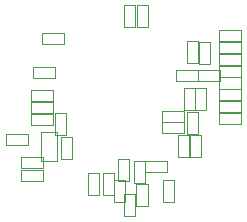
<source format=gbr>
G04 #@! TF.GenerationSoftware,KiCad,Pcbnew,5.0.2+dfsg1-1~bpo9+1*
G04 #@! TF.CreationDate,2019-10-30T13:33:32+01:00*
G04 #@! TF.ProjectId,zglue-jade-adapter,7a676c75-652d-46a6-9164-652d61646170,rev?*
G04 #@! TF.SameCoordinates,Original*
G04 #@! TF.FileFunction,Other,User*
%FSLAX46Y46*%
G04 Gerber Fmt 4.6, Leading zero omitted, Abs format (unit mm)*
G04 Created by KiCad (PCBNEW 5.0.2+dfsg1-1~bpo9+1) date Wed 30 Oct 2019 01:33:32 PM CET*
%MOMM*%
%LPD*%
G01*
G04 APERTURE LIST*
%ADD10C,0.050000*%
G04 APERTURE END LIST*
D10*
G04 #@! TO.C,R29*
X7695000Y-3975000D02*
X7695000Y-4915000D01*
X7695000Y-4915000D02*
X5835000Y-4915000D01*
X5835000Y-4915000D02*
X5835000Y-3975000D01*
X5835000Y-3975000D02*
X7695000Y-3975000D01*
G04 #@! TO.C,C6*
X19025000Y-12595000D02*
X18085000Y-12595000D01*
X18085000Y-12595000D02*
X18085000Y-10735000D01*
X18085000Y-10735000D02*
X19025000Y-10735000D01*
X19025000Y-10735000D02*
X19025000Y-12595000D01*
G04 #@! TO.C,R23*
X15950000Y-11560000D02*
X15950000Y-10620000D01*
X15950000Y-10620000D02*
X17810000Y-10620000D01*
X17810000Y-10620000D02*
X17810000Y-11560000D01*
X17810000Y-11560000D02*
X15950000Y-11560000D01*
G04 #@! TO.C,R15*
X20820000Y-4720000D02*
X20820000Y-3780000D01*
X20820000Y-3780000D02*
X22680000Y-3780000D01*
X22680000Y-3780000D02*
X22680000Y-4720000D01*
X22680000Y-4720000D02*
X20820000Y-4720000D01*
G04 #@! TO.C,R12*
X13200000Y-16570000D02*
X12260000Y-16570000D01*
X12260000Y-16570000D02*
X12260000Y-14710000D01*
X12260000Y-14710000D02*
X13200000Y-14710000D01*
X13200000Y-14710000D02*
X13200000Y-16570000D01*
G04 #@! TO.C,R10*
X6935000Y-7815000D02*
X5075000Y-7815000D01*
X6935000Y-6875000D02*
X6935000Y-7815000D01*
X5075000Y-6875000D02*
X6935000Y-6875000D01*
X5075000Y-7815000D02*
X5075000Y-6875000D01*
G04 #@! TO.C,R6*
X12775000Y-1660000D02*
X13715000Y-1660000D01*
X13715000Y-1660000D02*
X13715000Y-3520000D01*
X13715000Y-3520000D02*
X12775000Y-3520000D01*
X12775000Y-3520000D02*
X12775000Y-1660000D01*
G04 #@! TO.C,R27*
X19025000Y-7165000D02*
X20885000Y-7165000D01*
X19025000Y-8105000D02*
X19025000Y-7165000D01*
X20885000Y-8105000D02*
X19025000Y-8105000D01*
X20885000Y-7165000D02*
X20885000Y-8105000D01*
G04 #@! TO.C,R28*
X14525000Y-16745000D02*
X13585000Y-16745000D01*
X13585000Y-16745000D02*
X13585000Y-14885000D01*
X13585000Y-14885000D02*
X14525000Y-14885000D01*
X14525000Y-14885000D02*
X14525000Y-16745000D01*
G04 #@! TO.C,R13*
X16435000Y-15785000D02*
X14575000Y-15785000D01*
X16435000Y-14845000D02*
X16435000Y-15785000D01*
X14575000Y-14845000D02*
X16435000Y-14845000D01*
X14575000Y-15785000D02*
X14575000Y-14845000D01*
G04 #@! TO.C,R25*
X19135000Y-4755000D02*
X20075000Y-4755000D01*
X20075000Y-4755000D02*
X20075000Y-6615000D01*
X20075000Y-6615000D02*
X19135000Y-6615000D01*
X19135000Y-6615000D02*
X19135000Y-4755000D01*
G04 #@! TO.C,R24*
X17810000Y-12510000D02*
X15950000Y-12510000D01*
X17810000Y-11570000D02*
X17810000Y-12510000D01*
X15950000Y-11570000D02*
X17810000Y-11570000D01*
X15950000Y-12510000D02*
X15950000Y-11570000D01*
G04 #@! TO.C,R14*
X18095000Y-6595000D02*
X18095000Y-4735000D01*
X19035000Y-6595000D02*
X18095000Y-6595000D01*
X19035000Y-4735000D02*
X19035000Y-6595000D01*
X18095000Y-4735000D02*
X19035000Y-4735000D01*
G04 #@! TO.C,R26*
X19055000Y-7165000D02*
X19055000Y-8105000D01*
X19055000Y-8105000D02*
X17195000Y-8105000D01*
X17195000Y-8105000D02*
X17195000Y-7165000D01*
X17195000Y-7165000D02*
X19055000Y-7165000D01*
G04 #@! TO.C,C11*
X5705000Y-14725000D02*
X5705000Y-14865000D01*
X7125000Y-14725000D02*
X7125000Y-14865000D01*
X7125000Y-12505000D02*
X7125000Y-12365000D01*
X5705000Y-12505000D02*
X5705000Y-12365000D01*
X7125000Y-12505000D02*
X7125000Y-14725000D01*
X7125000Y-14865000D02*
X5705000Y-14865000D01*
X5705000Y-14725000D02*
X5705000Y-12505000D01*
X5705000Y-12365000D02*
X7125000Y-12365000D01*
G04 #@! TO.C,C7*
X18771000Y-10555000D02*
X17831000Y-10555000D01*
X17831000Y-10555000D02*
X17831000Y-8695000D01*
X17831000Y-8695000D02*
X18771000Y-8695000D01*
X18771000Y-8695000D02*
X18771000Y-10555000D01*
G04 #@! TO.C,C5*
X17335000Y-12685000D02*
X18275000Y-12685000D01*
X18275000Y-12685000D02*
X18275000Y-14545000D01*
X18275000Y-14545000D02*
X17335000Y-14545000D01*
X17335000Y-14545000D02*
X17335000Y-12685000D01*
G04 #@! TO.C,C4*
X11885000Y-16485000D02*
X12825000Y-16485000D01*
X12825000Y-16485000D02*
X12825000Y-18345000D01*
X12825000Y-18345000D02*
X11885000Y-18345000D01*
X11885000Y-18345000D02*
X11885000Y-16485000D01*
G04 #@! TO.C,C3*
X13810000Y-16810000D02*
X14750000Y-16810000D01*
X14750000Y-16810000D02*
X14750000Y-18670000D01*
X14750000Y-18670000D02*
X13810000Y-18670000D01*
X13810000Y-18670000D02*
X13810000Y-16810000D01*
G04 #@! TO.C,C2*
X10946000Y-15879000D02*
X11886000Y-15879000D01*
X11886000Y-15879000D02*
X11886000Y-17739000D01*
X11886000Y-17739000D02*
X10946000Y-17739000D01*
X10946000Y-17739000D02*
X10946000Y-15879000D01*
G04 #@! TO.C,C10*
X9735000Y-15885000D02*
X10675000Y-15885000D01*
X10675000Y-15885000D02*
X10675000Y-17745000D01*
X10675000Y-17745000D02*
X9735000Y-17745000D01*
X9735000Y-17745000D02*
X9735000Y-15885000D01*
G04 #@! TO.C,C14*
X6782000Y-8839000D02*
X6782000Y-9779000D01*
X6782000Y-9779000D02*
X4922000Y-9779000D01*
X4922000Y-9779000D02*
X4922000Y-8839000D01*
X4922000Y-8839000D02*
X6782000Y-8839000D01*
G04 #@! TO.C,C1*
X7442000Y-12850000D02*
X8382000Y-12850000D01*
X8382000Y-12850000D02*
X8382000Y-14710000D01*
X8382000Y-14710000D02*
X7442000Y-14710000D01*
X7442000Y-14710000D02*
X7442000Y-12850000D01*
G04 #@! TO.C,R11*
X2785000Y-13535000D02*
X2785000Y-12595000D01*
X2785000Y-12595000D02*
X4645000Y-12595000D01*
X4645000Y-12595000D02*
X4645000Y-13535000D01*
X4645000Y-13535000D02*
X2785000Y-13535000D01*
G04 #@! TO.C,R9*
X4922000Y-11809000D02*
X4922000Y-10869000D01*
X4922000Y-10869000D02*
X6782000Y-10869000D01*
X6782000Y-10869000D02*
X6782000Y-11809000D01*
X6782000Y-11809000D02*
X4922000Y-11809000D01*
G04 #@! TO.C,R8*
X4071000Y-16531000D02*
X4071000Y-15591000D01*
X4071000Y-15591000D02*
X5931000Y-15591000D01*
X5931000Y-15591000D02*
X5931000Y-16531000D01*
X5931000Y-16531000D02*
X4071000Y-16531000D01*
G04 #@! TO.C,R7*
X4061000Y-15441000D02*
X4061000Y-14501000D01*
X4061000Y-14501000D02*
X5921000Y-14501000D01*
X5921000Y-14501000D02*
X5921000Y-15441000D01*
X5921000Y-15441000D02*
X4061000Y-15441000D01*
G04 #@! TO.C,R5*
X13855000Y-1655000D02*
X14795000Y-1655000D01*
X14795000Y-1655000D02*
X14795000Y-3515000D01*
X14795000Y-3515000D02*
X13855000Y-3515000D01*
X13855000Y-3515000D02*
X13855000Y-1655000D01*
G04 #@! TO.C,R4*
X12735000Y-17685000D02*
X13675000Y-17685000D01*
X13675000Y-17685000D02*
X13675000Y-19545000D01*
X13675000Y-19545000D02*
X12735000Y-19545000D01*
X12735000Y-19545000D02*
X12735000Y-17685000D01*
G04 #@! TO.C,R3*
X18775000Y-8705000D02*
X19715000Y-8705000D01*
X19715000Y-8705000D02*
X19715000Y-10565000D01*
X19715000Y-10565000D02*
X18775000Y-10565000D01*
X18775000Y-10565000D02*
X18775000Y-8705000D01*
G04 #@! TO.C,R2*
X17005000Y-18330000D02*
X16065000Y-18330000D01*
X16065000Y-18330000D02*
X16065000Y-16470000D01*
X16065000Y-16470000D02*
X17005000Y-16470000D01*
X17005000Y-16470000D02*
X17005000Y-18330000D01*
G04 #@! TO.C,R1*
X18335000Y-12685000D02*
X19275000Y-12685000D01*
X19275000Y-12685000D02*
X19275000Y-14545000D01*
X19275000Y-14545000D02*
X18335000Y-14545000D01*
X18335000Y-14545000D02*
X18335000Y-12685000D01*
G04 #@! TO.C,C15*
X6782000Y-9859000D02*
X6782000Y-10799000D01*
X6782000Y-10799000D02*
X4922000Y-10799000D01*
X4922000Y-10799000D02*
X4922000Y-9859000D01*
X4922000Y-9859000D02*
X6782000Y-9859000D01*
G04 #@! TO.C,C9*
X6907000Y-10806000D02*
X7847000Y-10806000D01*
X7847000Y-10806000D02*
X7847000Y-12666000D01*
X7847000Y-12666000D02*
X6907000Y-12666000D01*
X6907000Y-12666000D02*
X6907000Y-10806000D01*
G04 #@! TO.C,R22*
X20820000Y-11720000D02*
X20820000Y-10780000D01*
X20820000Y-10780000D02*
X22680000Y-10780000D01*
X22680000Y-10780000D02*
X22680000Y-11720000D01*
X22680000Y-11720000D02*
X20820000Y-11720000D01*
G04 #@! TO.C,R21*
X20820000Y-10720000D02*
X20820000Y-9780000D01*
X20820000Y-9780000D02*
X22680000Y-9780000D01*
X22680000Y-9780000D02*
X22680000Y-10720000D01*
X22680000Y-10720000D02*
X20820000Y-10720000D01*
G04 #@! TO.C,R20*
X20820000Y-9720000D02*
X20820000Y-8780000D01*
X20820000Y-8780000D02*
X22680000Y-8780000D01*
X22680000Y-8780000D02*
X22680000Y-9720000D01*
X22680000Y-9720000D02*
X20820000Y-9720000D01*
G04 #@! TO.C,R19*
X20820000Y-8720000D02*
X20820000Y-7780000D01*
X20820000Y-7780000D02*
X22680000Y-7780000D01*
X22680000Y-7780000D02*
X22680000Y-8720000D01*
X22680000Y-8720000D02*
X20820000Y-8720000D01*
G04 #@! TO.C,R18*
X20820000Y-7720000D02*
X20820000Y-6780000D01*
X20820000Y-6780000D02*
X22680000Y-6780000D01*
X22680000Y-6780000D02*
X22680000Y-7720000D01*
X22680000Y-7720000D02*
X20820000Y-7720000D01*
G04 #@! TO.C,R17*
X20820000Y-6720000D02*
X20820000Y-5780000D01*
X20820000Y-5780000D02*
X22680000Y-5780000D01*
X22680000Y-5780000D02*
X22680000Y-6720000D01*
X22680000Y-6720000D02*
X20820000Y-6720000D01*
G04 #@! TO.C,R16*
X20820000Y-5720000D02*
X20820000Y-4780000D01*
X20820000Y-4780000D02*
X22680000Y-4780000D01*
X22680000Y-4780000D02*
X22680000Y-5720000D01*
X22680000Y-5720000D02*
X20820000Y-5720000D01*
G04 #@! TD*
M02*

</source>
